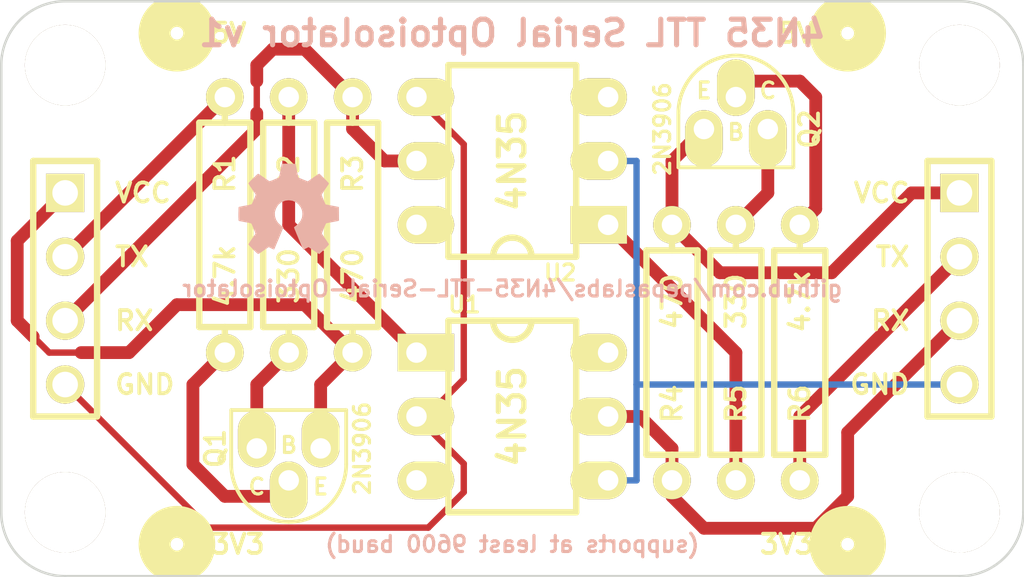
<source format=kicad_pcb>
(kicad_pcb (version 20171130) (host pcbnew "(5.1.12)-1")

  (general
    (thickness 1.6)
    (drawings 27)
    (tracks 71)
    (zones 0)
    (modules 17)
    (nets 15)
  )

  (page A3)
  (layers
    (0 F.Cu signal)
    (31 B.Cu signal)
    (32 B.Adhes user)
    (33 F.Adhes user)
    (34 B.Paste user)
    (35 F.Paste user)
    (36 B.SilkS user)
    (37 F.SilkS user)
    (38 B.Mask user)
    (39 F.Mask user)
    (40 Dwgs.User user)
    (41 Cmts.User user)
    (42 Eco1.User user)
    (43 Eco2.User user)
    (44 Edge.Cuts user)
  )

  (setup
    (last_trace_width 0.254)
    (user_trace_width 0.508)
    (trace_clearance 0.254)
    (zone_clearance 0.508)
    (zone_45_only no)
    (trace_min 0.254)
    (via_size 0.889)
    (via_drill 0.635)
    (via_min_size 0.889)
    (via_min_drill 0.508)
    (uvia_size 0.508)
    (uvia_drill 0.127)
    (uvias_allowed no)
    (uvia_min_size 0.508)
    (uvia_min_drill 0.127)
    (edge_width 0.1)
    (segment_width 0.2)
    (pcb_text_width 0.3)
    (pcb_text_size 1.5 1.5)
    (mod_edge_width 0.15)
    (mod_text_size 1 1)
    (mod_text_width 0.15)
    (pad_size 1.5 1.5)
    (pad_drill 0.6)
    (pad_to_mask_clearance 0)
    (aux_axis_origin 0 0)
    (visible_elements 7FFFFFFF)
    (pcbplotparams
      (layerselection 0x00030_ffffffff)
      (usegerberextensions true)
      (usegerberattributes true)
      (usegerberadvancedattributes true)
      (creategerberjobfile true)
      (excludeedgelayer true)
      (linewidth 0.150000)
      (plotframeref false)
      (viasonmask false)
      (mode 1)
      (useauxorigin false)
      (hpglpennumber 1)
      (hpglpenspeed 20)
      (hpglpendiameter 15.000000)
      (psnegative false)
      (psa4output false)
      (plotreference true)
      (plotvalue true)
      (plotinvisibletext false)
      (padsonsilk false)
      (subtractmaskfromsilk false)
      (outputformat 1)
      (mirror false)
      (drillshape 0)
      (scaleselection 1)
      (outputdirectory "../gerbers/"))
  )

  (net 0 "")
  (net 1 GNDA)
  (net 2 GNDB)
  (net 3 N-0000011)
  (net 4 N-0000012)
  (net 5 N-0000015)
  (net 6 N-000005)
  (net 7 N-000006)
  (net 8 N-000007)
  (net 9 RXA)
  (net 10 RXB)
  (net 11 TXA)
  (net 12 TXB)
  (net 13 VCCA)
  (net 14 VCCB)

  (net_class Default "This is the default net class."
    (clearance 0.254)
    (trace_width 0.254)
    (via_dia 0.889)
    (via_drill 0.635)
    (uvia_dia 0.508)
    (uvia_drill 0.127)
    (add_net GNDA)
    (add_net GNDB)
    (add_net N-0000011)
    (add_net N-0000012)
    (add_net N-0000015)
    (add_net N-000005)
    (add_net N-000006)
    (add_net N-000007)
    (add_net RXA)
    (add_net RXB)
    (add_net TXA)
    (add_net TXB)
    (add_net VCCA)
    (add_net VCCB)
  )

  (module TO-92_Q_EBC_059Bo_PL (layer F.Cu) (tedit 5324AA28) (tstamp 5546F383)
    (at 212.09 69.85)
    (descr "TO-92 Transistor, EBC pinout")
    (tags DEV)
    (path /5546F340)
    (fp_text reference Q1 (at -4.191 0 90) (layer F.SilkS)
      (effects (font (size 0.762 0.762) (thickness 0.1524)))
    )
    (fp_text value 2N3906 (at 1.651 0 90) (layer F.SilkS)
      (effects (font (size 0.635 0.635) (thickness 0.127)))
    )
    (fp_line (start 1.016 0.635) (end 1.016 -1.524) (layer F.SilkS) (width 0.15))
    (fp_line (start 1.016 -1.524) (end -3.556 -1.524) (layer F.SilkS) (width 0.15))
    (fp_line (start -3.556 -1.524) (end -3.556 0.635) (layer F.SilkS) (width 0.15))
    (fp_text user E (at 0 1.524) (layer F.SilkS)
      (effects (font (size 0.635 0.635) (thickness 0.127)))
    )
    (fp_text user B (at -1.27 -0.127) (layer F.SilkS)
      (effects (font (size 0.635 0.635) (thickness 0.127)))
    )
    (fp_text user C (at -2.54 1.524) (layer F.SilkS)
      (effects (font (size 0.635 0.635) (thickness 0.127)))
    )
    (fp_arc (start -1.27 0.635) (end -1.27 2.921) (angle 90) (layer F.SilkS) (width 0.15))
    (fp_arc (start -1.27 0.635) (end 1.016 0.635) (angle 90) (layer F.SilkS) (width 0.15))
    (pad 1 thru_hole oval (at 0 0) (size 1.4986 2.2479) (drill 0.8128 (offset 0 -0.37465)) (layers *.Cu *.Mask F.SilkS)
      (net 13 VCCA))
    (pad 2 thru_hole oval (at -1.27 1.27) (size 1.4986 2.2479) (drill 0.8128 (offset 0 0.37465)) (layers *.Cu *.Mask F.SilkS)
      (net 4 N-0000012))
    (pad 3 thru_hole oval (at -2.54 0) (size 1.4986 2.2479) (drill 0.8128 (offset 0 -0.37465)) (layers *.Cu *.Mask F.SilkS)
      (net 3 N-0000011))
    (model to-xxx-packages/to92.wrl
      (at (xyz 0 0 0))
      (scale (xyz 1 1 1))
      (rotate (xyz 0 0 0))
    )
  )

  (module TO-92_Q_EBC_059Bo_PL (layer F.Cu) (tedit 5324AA28) (tstamp 5546F392)
    (at 227.33 57.15 180)
    (descr "TO-92 Transistor, EBC pinout")
    (tags DEV)
    (path /5546F361)
    (fp_text reference Q2 (at -4.191 0 270) (layer F.SilkS)
      (effects (font (size 0.762 0.762) (thickness 0.1524)))
    )
    (fp_text value 2N3906 (at 1.651 0 270) (layer F.SilkS)
      (effects (font (size 0.635 0.635) (thickness 0.127)))
    )
    (fp_line (start 1.016 0.635) (end 1.016 -1.524) (layer F.SilkS) (width 0.15))
    (fp_line (start 1.016 -1.524) (end -3.556 -1.524) (layer F.SilkS) (width 0.15))
    (fp_line (start -3.556 -1.524) (end -3.556 0.635) (layer F.SilkS) (width 0.15))
    (fp_text user E (at 0 1.524 180) (layer F.SilkS)
      (effects (font (size 0.635 0.635) (thickness 0.127)))
    )
    (fp_text user B (at -1.27 -0.127 180) (layer F.SilkS)
      (effects (font (size 0.635 0.635) (thickness 0.127)))
    )
    (fp_text user C (at -2.54 1.524 180) (layer F.SilkS)
      (effects (font (size 0.635 0.635) (thickness 0.127)))
    )
    (fp_arc (start -1.27 0.635) (end -1.27 2.921) (angle 90) (layer F.SilkS) (width 0.15))
    (fp_arc (start -1.27 0.635) (end 1.016 0.635) (angle 90) (layer F.SilkS) (width 0.15))
    (pad 1 thru_hole oval (at 0 0 180) (size 1.4986 2.2479) (drill 0.8128 (offset 0 -0.37465)) (layers *.Cu *.Mask F.SilkS)
      (net 14 VCCB))
    (pad 2 thru_hole oval (at -1.27 1.27 180) (size 1.4986 2.2479) (drill 0.8128 (offset 0 0.37465)) (layers *.Cu *.Mask F.SilkS)
      (net 6 N-000005))
    (pad 3 thru_hole oval (at -2.54 0 180) (size 1.4986 2.2479) (drill 0.8128 (offset 0 -0.37465)) (layers *.Cu *.Mask F.SilkS)
      (net 7 N-000006))
    (model to-xxx-packages/to92.wrl
      (at (xyz 0 0 0))
      (scale (xyz 1 1 1))
      (rotate (xyz 0 0 0))
    )
  )

  (module R_AXIAL_0W25_059A_PL (layer F.Cu) (tedit 53A245D9) (tstamp 5546F39F)
    (at 208.28 55.88 270)
    (descr "Resistor Axial 1/4W 0.4\"")
    (tags R)
    (path /55465781)
    (autoplace_cost180 10)
    (fp_text reference R1 (at 3.048 0 270) (layer F.SilkS)
      (effects (font (size 0.762 0.762) (thickness 0.1524)))
    )
    (fp_text value 4.7k (at 7.112 0 270) (layer F.SilkS)
      (effects (font (size 0.762 0.762) (thickness 0.1524)))
    )
    (fp_line (start 0 0) (end 1.016 0) (layer F.SilkS) (width 0.254))
    (fp_line (start 1.016 0) (end 1.016 -1.016) (layer F.SilkS) (width 0.254))
    (fp_line (start 1.016 -1.016) (end 9.144 -1.016) (layer F.SilkS) (width 0.254))
    (fp_line (start 9.144 -1.016) (end 9.144 1.016) (layer F.SilkS) (width 0.254))
    (fp_line (start 9.144 1.016) (end 1.016 1.016) (layer F.SilkS) (width 0.254))
    (fp_line (start 1.016 1.016) (end 1.016 0) (layer F.SilkS) (width 0.254))
    (fp_line (start 10.16 0) (end 9.144 0) (layer F.SilkS) (width 0.254))
    (pad 1 thru_hole oval (at 0 0 270) (size 1.4986 1.4986) (drill 0.8128) (layers *.Cu *.Mask F.SilkS)
      (net 11 TXA))
    (pad 2 thru_hole oval (at 10.16 0 270) (size 1.4986 1.4986) (drill 0.8128) (layers *.Cu *.Mask F.SilkS)
      (net 4 N-0000012))
    (model discret/resistor.wrl
      (at (xyz 0 0 0))
      (scale (xyz 0.4 0.4 0.4))
      (rotate (xyz 0 0 0))
    )
  )

  (module R_AXIAL_0W25_059A_PL (layer F.Cu) (tedit 53A245D9) (tstamp 5546F3AC)
    (at 226.06 71.12 90)
    (descr "Resistor Axial 1/4W 0.4\"")
    (tags R)
    (path /55465B77)
    (autoplace_cost180 10)
    (fp_text reference R4 (at 3.048 0 90) (layer F.SilkS)
      (effects (font (size 0.762 0.762) (thickness 0.1524)))
    )
    (fp_text value 470 (at 7.112 0 90) (layer F.SilkS)
      (effects (font (size 0.762 0.762) (thickness 0.1524)))
    )
    (fp_line (start 0 0) (end 1.016 0) (layer F.SilkS) (width 0.254))
    (fp_line (start 1.016 0) (end 1.016 -1.016) (layer F.SilkS) (width 0.254))
    (fp_line (start 1.016 -1.016) (end 9.144 -1.016) (layer F.SilkS) (width 0.254))
    (fp_line (start 9.144 -1.016) (end 9.144 1.016) (layer F.SilkS) (width 0.254))
    (fp_line (start 9.144 1.016) (end 1.016 1.016) (layer F.SilkS) (width 0.254))
    (fp_line (start 1.016 1.016) (end 1.016 0) (layer F.SilkS) (width 0.254))
    (fp_line (start 10.16 0) (end 9.144 0) (layer F.SilkS) (width 0.254))
    (pad 1 thru_hole oval (at 0 0 90) (size 1.4986 1.4986) (drill 0.8128) (layers *.Cu *.Mask F.SilkS)
      (net 10 RXB))
    (pad 2 thru_hole oval (at 10.16 0 90) (size 1.4986 1.4986) (drill 0.8128) (layers *.Cu *.Mask F.SilkS)
      (net 14 VCCB))
    (model discret/resistor.wrl
      (at (xyz 0 0 0))
      (scale (xyz 0.4 0.4 0.4))
      (rotate (xyz 0 0 0))
    )
  )

  (module R_AXIAL_0W25_059A_PL (layer F.Cu) (tedit 53A245D9) (tstamp 5546F3B9)
    (at 210.82 55.88 270)
    (descr "Resistor Axial 1/4W 0.4\"")
    (tags R)
    (path /5546D91C)
    (autoplace_cost180 10)
    (fp_text reference R2 (at 3.048 0 270) (layer F.SilkS)
      (effects (font (size 0.762 0.762) (thickness 0.1524)))
    )
    (fp_text value 330 (at 7.112 0 270) (layer F.SilkS)
      (effects (font (size 0.762 0.762) (thickness 0.1524)))
    )
    (fp_line (start 0 0) (end 1.016 0) (layer F.SilkS) (width 0.254))
    (fp_line (start 1.016 0) (end 1.016 -1.016) (layer F.SilkS) (width 0.254))
    (fp_line (start 1.016 -1.016) (end 9.144 -1.016) (layer F.SilkS) (width 0.254))
    (fp_line (start 9.144 -1.016) (end 9.144 1.016) (layer F.SilkS) (width 0.254))
    (fp_line (start 9.144 1.016) (end 1.016 1.016) (layer F.SilkS) (width 0.254))
    (fp_line (start 1.016 1.016) (end 1.016 0) (layer F.SilkS) (width 0.254))
    (fp_line (start 10.16 0) (end 9.144 0) (layer F.SilkS) (width 0.254))
    (pad 1 thru_hole oval (at 0 0 270) (size 1.4986 1.4986) (drill 0.8128) (layers *.Cu *.Mask F.SilkS)
      (net 5 N-0000015))
    (pad 2 thru_hole oval (at 10.16 0 270) (size 1.4986 1.4986) (drill 0.8128) (layers *.Cu *.Mask F.SilkS)
      (net 3 N-0000011))
    (model discret/resistor.wrl
      (at (xyz 0 0 0))
      (scale (xyz 0.4 0.4 0.4))
      (rotate (xyz 0 0 0))
    )
  )

  (module R_AXIAL_0W25_059A_PL (layer F.Cu) (tedit 53A245D9) (tstamp 5546F3C6)
    (at 231.14 71.12 90)
    (descr "Resistor Axial 1/4W 0.4\"")
    (tags R)
    (path /5546D977)
    (autoplace_cost180 10)
    (fp_text reference R6 (at 3.048 0 90) (layer F.SilkS)
      (effects (font (size 0.762 0.762) (thickness 0.1524)))
    )
    (fp_text value 4.7k (at 7.112 0 90) (layer F.SilkS)
      (effects (font (size 0.762 0.762) (thickness 0.1524)))
    )
    (fp_line (start 0 0) (end 1.016 0) (layer F.SilkS) (width 0.254))
    (fp_line (start 1.016 0) (end 1.016 -1.016) (layer F.SilkS) (width 0.254))
    (fp_line (start 1.016 -1.016) (end 9.144 -1.016) (layer F.SilkS) (width 0.254))
    (fp_line (start 9.144 -1.016) (end 9.144 1.016) (layer F.SilkS) (width 0.254))
    (fp_line (start 9.144 1.016) (end 1.016 1.016) (layer F.SilkS) (width 0.254))
    (fp_line (start 1.016 1.016) (end 1.016 0) (layer F.SilkS) (width 0.254))
    (fp_line (start 10.16 0) (end 9.144 0) (layer F.SilkS) (width 0.254))
    (pad 1 thru_hole oval (at 0 0 90) (size 1.4986 1.4986) (drill 0.8128) (layers *.Cu *.Mask F.SilkS)
      (net 12 TXB))
    (pad 2 thru_hole oval (at 10.16 0 90) (size 1.4986 1.4986) (drill 0.8128) (layers *.Cu *.Mask F.SilkS)
      (net 6 N-000005))
    (model discret/resistor.wrl
      (at (xyz 0 0 0))
      (scale (xyz 0.4 0.4 0.4))
      (rotate (xyz 0 0 0))
    )
  )

  (module R_AXIAL_0W25_059A_PL (layer F.Cu) (tedit 53A245D9) (tstamp 5546F3D3)
    (at 213.36 55.88 270)
    (descr "Resistor Axial 1/4W 0.4\"")
    (tags R)
    (path /5546D97D)
    (autoplace_cost180 10)
    (fp_text reference R3 (at 3.048 0 270) (layer F.SilkS)
      (effects (font (size 0.762 0.762) (thickness 0.1524)))
    )
    (fp_text value 470 (at 7.112 0 270) (layer F.SilkS)
      (effects (font (size 0.762 0.762) (thickness 0.1524)))
    )
    (fp_line (start 0 0) (end 1.016 0) (layer F.SilkS) (width 0.254))
    (fp_line (start 1.016 0) (end 1.016 -1.016) (layer F.SilkS) (width 0.254))
    (fp_line (start 1.016 -1.016) (end 9.144 -1.016) (layer F.SilkS) (width 0.254))
    (fp_line (start 9.144 -1.016) (end 9.144 1.016) (layer F.SilkS) (width 0.254))
    (fp_line (start 9.144 1.016) (end 1.016 1.016) (layer F.SilkS) (width 0.254))
    (fp_line (start 1.016 1.016) (end 1.016 0) (layer F.SilkS) (width 0.254))
    (fp_line (start 10.16 0) (end 9.144 0) (layer F.SilkS) (width 0.254))
    (pad 1 thru_hole oval (at 0 0 270) (size 1.4986 1.4986) (drill 0.8128) (layers *.Cu *.Mask F.SilkS)
      (net 9 RXA))
    (pad 2 thru_hole oval (at 10.16 0 270) (size 1.4986 1.4986) (drill 0.8128) (layers *.Cu *.Mask F.SilkS)
      (net 13 VCCA))
    (model discret/resistor.wrl
      (at (xyz 0 0 0))
      (scale (xyz 0.4 0.4 0.4))
      (rotate (xyz 0 0 0))
    )
  )

  (module R_AXIAL_0W25_059A_PL (layer F.Cu) (tedit 53A245D9) (tstamp 5546F3E0)
    (at 228.6 71.12 90)
    (descr "Resistor Axial 1/4W 0.4\"")
    (tags R)
    (path /5546D98C)
    (autoplace_cost180 10)
    (fp_text reference R5 (at 3.048 0 90) (layer F.SilkS)
      (effects (font (size 0.762 0.762) (thickness 0.1524)))
    )
    (fp_text value 330 (at 7.112 0 90) (layer F.SilkS)
      (effects (font (size 0.762 0.762) (thickness 0.1524)))
    )
    (fp_line (start 0 0) (end 1.016 0) (layer F.SilkS) (width 0.254))
    (fp_line (start 1.016 0) (end 1.016 -1.016) (layer F.SilkS) (width 0.254))
    (fp_line (start 1.016 -1.016) (end 9.144 -1.016) (layer F.SilkS) (width 0.254))
    (fp_line (start 9.144 -1.016) (end 9.144 1.016) (layer F.SilkS) (width 0.254))
    (fp_line (start 9.144 1.016) (end 1.016 1.016) (layer F.SilkS) (width 0.254))
    (fp_line (start 1.016 1.016) (end 1.016 0) (layer F.SilkS) (width 0.254))
    (fp_line (start 10.16 0) (end 9.144 0) (layer F.SilkS) (width 0.254))
    (pad 1 thru_hole oval (at 0 0 90) (size 1.4986 1.4986) (drill 0.8128) (layers *.Cu *.Mask F.SilkS)
      (net 8 N-000007))
    (pad 2 thru_hole oval (at 10.16 0 90) (size 1.4986 1.4986) (drill 0.8128) (layers *.Cu *.Mask F.SilkS)
      (net 7 N-000006))
    (model discret/resistor.wrl
      (at (xyz 0 0 0))
      (scale (xyz 0.4 0.4 0.4))
      (rotate (xyz 0 0 0))
    )
  )

  (module PIN_ARRAY_4x1 (layer F.Cu) (tedit 5546FC4D) (tstamp 5546F3EC)
    (at 201.93 63.5 270)
    (descr "Double rangee de contacts 2 x 5 pins")
    (tags CONN)
    (path /554657AF)
    (fp_text reference P1 (at 0 -2.54 270) (layer F.SilkS) hide
      (effects (font (size 1.016 1.016) (thickness 0.2032)))
    )
    (fp_text value CONN_4 (at 0 2.54 270) (layer F.SilkS) hide
      (effects (font (size 1.016 1.016) (thickness 0.2032)))
    )
    (fp_line (start 5.08 1.27) (end -5.08 1.27) (layer F.SilkS) (width 0.254))
    (fp_line (start 5.08 -1.27) (end -5.08 -1.27) (layer F.SilkS) (width 0.254))
    (fp_line (start -5.08 -1.27) (end -5.08 1.27) (layer F.SilkS) (width 0.254))
    (fp_line (start 5.08 1.27) (end 5.08 -1.27) (layer F.SilkS) (width 0.254))
    (pad 1 thru_hole rect (at -3.81 0 270) (size 1.524 1.524) (drill 1.016) (layers *.Cu *.Mask F.SilkS)
      (net 13 VCCA))
    (pad 2 thru_hole circle (at -1.27 0 270) (size 1.524 1.524) (drill 1.016) (layers *.Cu *.Mask F.SilkS)
      (net 11 TXA))
    (pad 3 thru_hole circle (at 1.27 0 270) (size 1.524 1.524) (drill 1.016) (layers *.Cu *.Mask F.SilkS)
      (net 9 RXA))
    (pad 4 thru_hole circle (at 3.81 0 270) (size 1.524 1.524) (drill 1.016) (layers *.Cu *.Mask F.SilkS)
      (net 1 GNDA))
    (model pin_array\pins_array_4x1.wrl
      (at (xyz 0 0 0))
      (scale (xyz 1 1 1))
      (rotate (xyz 0 0 0))
    )
  )

  (module PIN_ARRAY_4x1 (layer F.Cu) (tedit 5546FCF8) (tstamp 5546F3F8)
    (at 237.49 63.5 270)
    (descr "Double rangee de contacts 2 x 5 pins")
    (tags CONN)
    (path /55465835)
    (fp_text reference P2 (at 0 -2.54 270) (layer F.SilkS) hide
      (effects (font (size 1.016 1.016) (thickness 0.2032)))
    )
    (fp_text value CONN_4 (at 0 2.54 270) (layer F.SilkS) hide
      (effects (font (size 1.016 1.016) (thickness 0.2032)))
    )
    (fp_line (start 5.08 1.27) (end -5.08 1.27) (layer F.SilkS) (width 0.254))
    (fp_line (start 5.08 -1.27) (end -5.08 -1.27) (layer F.SilkS) (width 0.254))
    (fp_line (start -5.08 -1.27) (end -5.08 1.27) (layer F.SilkS) (width 0.254))
    (fp_line (start 5.08 1.27) (end 5.08 -1.27) (layer F.SilkS) (width 0.254))
    (pad 1 thru_hole rect (at -3.81 0 270) (size 1.524 1.524) (drill 1.016) (layers *.Cu *.Mask F.SilkS)
      (net 14 VCCB))
    (pad 2 thru_hole circle (at -1.27 0 270) (size 1.524 1.524) (drill 1.016) (layers *.Cu *.Mask F.SilkS)
      (net 12 TXB))
    (pad 3 thru_hole circle (at 1.27 0 270) (size 1.524 1.524) (drill 1.016) (layers *.Cu *.Mask F.SilkS)
      (net 10 RXB))
    (pad 4 thru_hole circle (at 3.81 0 270) (size 1.524 1.524) (drill 1.016) (layers *.Cu *.Mask F.SilkS)
      (net 2 GNDB))
    (model pin_array\pins_array_4x1.wrl
      (at (xyz 0 0 0))
      (scale (xyz 1 1 1))
      (rotate (xyz 0 0 0))
    )
  )

  (module DIP6_PL (layer F.Cu) (tedit 5546FCDC) (tstamp 5546F408)
    (at 215.9 66.04 270)
    (descr "6-lead DIP package")
    (tags DIP)
    (path /55465719)
    (fp_text reference U1 (at -1.905 -1.905) (layer F.SilkS)
      (effects (font (size 0.635 0.635) (thickness 0.127)))
    )
    (fp_text value 4N35 (at 2.54 -3.81 270) (layer F.SilkS)
      (effects (font (size 1.016 1.016) (thickness 0.2032)))
    )
    (fp_line (start -1.27 -6.35) (end 6.35 -6.35) (layer F.SilkS) (width 0.254))
    (fp_line (start 6.35 -6.35) (end 6.35 -1.27) (layer F.SilkS) (width 0.254))
    (fp_line (start 6.35 -1.27) (end -1.27 -1.27) (layer F.SilkS) (width 0.254))
    (fp_line (start -1.27 -1.27) (end -1.27 -6.35) (layer F.SilkS) (width 0.254))
    (fp_arc (start -1.27 -3.81) (end -1.27 -4.572) (angle 90) (layer F.SilkS) (width 0.254))
    (fp_arc (start -1.27 -3.81) (end -0.508 -3.81) (angle 90) (layer F.SilkS) (width 0.254))
    (pad 1 thru_hole rect (at 0 0 270) (size 1.4986 2.2479) (drill 0.8128 (offset 0 -0.37465)) (layers *.Cu *.Mask F.SilkS)
      (net 5 N-0000015))
    (pad 2 thru_hole oval (at 2.54 0 270) (size 1.4986 2.2479) (drill 0.8128 (offset 0 -0.37465)) (layers *.Cu *.Mask F.SilkS)
      (net 1 GNDA))
    (pad 3 thru_hole oval (at 5.08 0 270) (size 1.4986 2.2479) (drill 0.8128 (offset 0 -0.37465)) (layers *.Cu *.Mask F.SilkS))
    (pad 4 thru_hole oval (at 5.08 -7.62 270) (size 1.4986 2.2479) (drill 0.8128 (offset 0 0.37465)) (layers *.Cu *.Mask F.SilkS)
      (net 2 GNDB))
    (pad 5 thru_hole oval (at 2.54 -7.62 270) (size 1.4986 2.2479) (drill 0.8128 (offset 0 0.37465)) (layers *.Cu *.Mask F.SilkS)
      (net 10 RXB))
    (pad 6 thru_hole oval (at 0 -7.62 270) (size 1.4986 2.2479) (drill 0.8128 (offset 0 0.37465)) (layers *.Cu *.Mask F.SilkS))
    (model dil/dil_8.wrl
      (at (xyz 0 0 0))
      (scale (xyz 1 1 1))
      (rotate (xyz 0 0 0))
    )
  )

  (module DIP6_PL (layer F.Cu) (tedit 5546FCE9) (tstamp 5546F418)
    (at 223.52 60.96 90)
    (descr "6-lead DIP package")
    (tags DIP)
    (path /5546D971)
    (fp_text reference U2 (at -1.905 -1.905 180) (layer F.SilkS)
      (effects (font (size 0.635 0.635) (thickness 0.127)))
    )
    (fp_text value 4N35 (at 2.54 -3.81 90) (layer F.SilkS)
      (effects (font (size 1.016 1.016) (thickness 0.2032)))
    )
    (fp_line (start -1.27 -6.35) (end 6.35 -6.35) (layer F.SilkS) (width 0.254))
    (fp_line (start 6.35 -6.35) (end 6.35 -1.27) (layer F.SilkS) (width 0.254))
    (fp_line (start 6.35 -1.27) (end -1.27 -1.27) (layer F.SilkS) (width 0.254))
    (fp_line (start -1.27 -1.27) (end -1.27 -6.35) (layer F.SilkS) (width 0.254))
    (fp_arc (start -1.27 -3.81) (end -1.27 -4.572) (angle 90) (layer F.SilkS) (width 0.254))
    (fp_arc (start -1.27 -3.81) (end -0.508 -3.81) (angle 90) (layer F.SilkS) (width 0.254))
    (pad 1 thru_hole rect (at 0 0 90) (size 1.4986 2.2479) (drill 0.8128 (offset 0 -0.37465)) (layers *.Cu *.Mask F.SilkS)
      (net 8 N-000007))
    (pad 2 thru_hole oval (at 2.54 0 90) (size 1.4986 2.2479) (drill 0.8128 (offset 0 -0.37465)) (layers *.Cu *.Mask F.SilkS)
      (net 2 GNDB))
    (pad 3 thru_hole oval (at 5.08 0 90) (size 1.4986 2.2479) (drill 0.8128 (offset 0 -0.37465)) (layers *.Cu *.Mask F.SilkS))
    (pad 4 thru_hole oval (at 5.08 -7.62 90) (size 1.4986 2.2479) (drill 0.8128 (offset 0 0.37465)) (layers *.Cu *.Mask F.SilkS)
      (net 1 GNDA))
    (pad 5 thru_hole oval (at 2.54 -7.62 90) (size 1.4986 2.2479) (drill 0.8128 (offset 0 0.37465)) (layers *.Cu *.Mask F.SilkS)
      (net 9 RXA))
    (pad 6 thru_hole oval (at 0 -7.62 90) (size 1.4986 2.2479) (drill 0.8128 (offset 0 0.37465)) (layers *.Cu *.Mask F.SilkS))
    (model dil/dil_8.wrl
      (at (xyz 0 0 0))
      (scale (xyz 1 1 1))
      (rotate (xyz 0 0 0))
    )
  )

  (module hole_M3_2 (layer F.Cu) (tedit 550BAD19) (tstamp 5547BC08)
    (at 201.93 54.61)
    (descr "M3 mounting hole")
    (path 1pin)
    (fp_text reference H***_4 (at 0 -3.048) (layer F.SilkS) hide
      (effects (font (size 1.016 1.016) (thickness 0.254)))
    )
    (fp_text value Val** (at 0 2.794) (layer F.SilkS) hide
      (effects (font (size 1.016 1.016) (thickness 0.254)))
    )
    (pad 1 thru_hole circle (at 0 0) (size 3.2 3.2) (drill 3.2) (layers *.Cu *.Mask F.SilkS))
  )

  (module hole_M3_2 (layer F.Cu) (tedit 550BAD19) (tstamp 5547BC3A)
    (at 237.49 54.61)
    (descr "M3 mounting hole")
    (path 1pin)
    (fp_text reference H***_3 (at 0 -3.048) (layer F.SilkS) hide
      (effects (font (size 1.016 1.016) (thickness 0.254)))
    )
    (fp_text value Val** (at 0 2.794) (layer F.SilkS) hide
      (effects (font (size 1.016 1.016) (thickness 0.254)))
    )
    (pad 1 thru_hole circle (at 0 0) (size 3.2 3.2) (drill 3.2) (layers *.Cu *.Mask F.SilkS))
  )

  (module hole_M3_2 (layer F.Cu) (tedit 550BAD19) (tstamp 5547BC48)
    (at 237.49 72.39)
    (descr "M3 mounting hole")
    (path 1pin)
    (fp_text reference H***_2 (at 0 -3.048) (layer F.SilkS) hide
      (effects (font (size 1.016 1.016) (thickness 0.254)))
    )
    (fp_text value Val** (at 0 2.794) (layer F.SilkS) hide
      (effects (font (size 1.016 1.016) (thickness 0.254)))
    )
    (pad 1 thru_hole circle (at 0 0) (size 3.2 3.2) (drill 3.2) (layers *.Cu *.Mask F.SilkS))
  )

  (module hole_M3_2 (layer F.Cu) (tedit 550BAD19) (tstamp 5547BC51)
    (at 201.93 72.39)
    (descr "M3 mounting hole")
    (path 1pin)
    (fp_text reference H*** (at 0 -3.048) (layer F.SilkS) hide
      (effects (font (size 1.016 1.016) (thickness 0.254)))
    )
    (fp_text value Val** (at 0 2.794) (layer F.SilkS) hide
      (effects (font (size 1.016 1.016) (thickness 0.254)))
    )
    (pad 1 thru_hole circle (at 0 0) (size 3.2 3.2) (drill 3.2) (layers *.Cu *.Mask F.SilkS))
  )

  (module OSHW-logo_silkscreen-back_4mm (layer F.Cu) (tedit 0) (tstamp 55476A21)
    (at 210.82 60.325)
    (fp_text reference G*** (at 0 2.1209) (layer B.SilkS) hide
      (effects (font (size 0.18034 0.18034) (thickness 0.03556)))
    )
    (fp_text value OSHW-logo_silkscreen-back_4mm (at 0 -2.1209) (layer B.SilkS) hide
      (effects (font (size 0.18034 0.18034) (thickness 0.03556)))
    )
    (fp_poly (pts (xy 1.21158 1.79578) (xy 1.19126 1.78562) (xy 1.143 1.75514) (xy 1.07696 1.71196)
      (xy 0.99822 1.65862) (xy 0.91948 1.60528) (xy 0.85344 1.5621) (xy 0.80772 1.53162)
      (xy 0.78994 1.52146) (xy 0.77978 1.524) (xy 0.74168 1.54432) (xy 0.6858 1.57226)
      (xy 0.65532 1.5875) (xy 0.60452 1.61036) (xy 0.57912 1.61544) (xy 0.57658 1.60782)
      (xy 0.55626 1.56972) (xy 0.52832 1.50368) (xy 0.49022 1.41732) (xy 0.44704 1.31572)
      (xy 0.40132 1.2065) (xy 0.3556 1.09474) (xy 0.30988 0.98806) (xy 0.27178 0.89154)
      (xy 0.23876 0.81534) (xy 0.21844 0.75946) (xy 0.21082 0.7366) (xy 0.21336 0.73152)
      (xy 0.23876 0.70866) (xy 0.28194 0.67564) (xy 0.37846 0.5969) (xy 0.4699 0.48006)
      (xy 0.52832 0.34798) (xy 0.5461 0.20066) (xy 0.53086 0.06604) (xy 0.47752 -0.0635)
      (xy 0.38608 -0.18288) (xy 0.27432 -0.26924) (xy 0.14478 -0.32512) (xy 0 -0.3429)
      (xy -0.1397 -0.32766) (xy -0.27178 -0.27432) (xy -0.39116 -0.18542) (xy -0.43942 -0.127)
      (xy -0.508 -0.00762) (xy -0.54864 0.11938) (xy -0.55118 0.14986) (xy -0.5461 0.2921)
      (xy -0.50546 0.42672) (xy -0.4318 0.5461) (xy -0.32766 0.64516) (xy -0.31496 0.65532)
      (xy -0.2667 0.69088) (xy -0.23622 0.71374) (xy -0.21082 0.73406) (xy -0.38862 1.16586)
      (xy -0.41656 1.23444) (xy -0.46736 1.35128) (xy -0.51054 1.45288) (xy -0.54356 1.53416)
      (xy -0.56896 1.5875) (xy -0.57912 1.61036) (xy -0.59436 1.6129) (xy -0.62738 1.6002)
      (xy -0.68834 1.57226) (xy -0.72898 1.55194) (xy -0.7747 1.52908) (xy -0.79502 1.52146)
      (xy -0.8128 1.53162) (xy -0.85598 1.55956) (xy -0.91948 1.60274) (xy -0.99568 1.65354)
      (xy -1.06934 1.70434) (xy -1.13792 1.75006) (xy -1.18618 1.78054) (xy -1.21158 1.79324)
      (xy -1.21412 1.79324) (xy -1.23444 1.78054) (xy -1.27508 1.75006) (xy -1.3335 1.69418)
      (xy -1.41478 1.6129) (xy -1.42748 1.6002) (xy -1.49606 1.52908) (xy -1.55194 1.47066)
      (xy -1.59004 1.43002) (xy -1.60274 1.41224) (xy -1.59004 1.38684) (xy -1.55956 1.33858)
      (xy -1.51384 1.27) (xy -1.4605 1.19126) (xy -1.31826 0.98298) (xy -1.397 0.7874)
      (xy -1.41986 0.72898) (xy -1.45034 0.65532) (xy -1.4732 0.60452) (xy -1.4859 0.58166)
      (xy -1.50622 0.57404) (xy -1.55956 0.56134) (xy -1.6383 0.54356) (xy -1.72974 0.52832)
      (xy -1.81864 0.51054) (xy -1.89738 0.4953) (xy -1.9558 0.48514) (xy -1.9812 0.48006)
      (xy -1.98628 0.47498) (xy -1.99136 0.46228) (xy -1.99644 0.43688) (xy -1.99644 0.38862)
      (xy -1.99898 0.31242) (xy -1.99898 0.20066) (xy -1.99898 0.1905) (xy -1.99644 0.08382)
      (xy -1.99644 0) (xy -1.9939 -0.05334) (xy -1.98882 -0.07366) (xy -1.96342 -0.08128)
      (xy -1.90754 -0.09144) (xy -1.8288 -0.10922) (xy -1.73228 -0.127) (xy -1.7272 -0.127)
      (xy -1.63322 -0.14478) (xy -1.55448 -0.16256) (xy -1.4986 -0.17526) (xy -1.47574 -0.18288)
      (xy -1.47066 -0.18796) (xy -1.45034 -0.22606) (xy -1.4224 -0.28448) (xy -1.39192 -0.3556)
      (xy -1.36144 -0.42926) (xy -1.3335 -0.49784) (xy -1.31572 -0.5461) (xy -1.31064 -0.56896)
      (xy -1.32588 -0.59182) (xy -1.3589 -0.64262) (xy -1.40462 -0.70866) (xy -1.4605 -0.78994)
      (xy -1.46304 -0.79756) (xy -1.51892 -0.8763) (xy -1.5621 -0.94488) (xy -1.59258 -0.99314)
      (xy -1.60274 -1.01346) (xy -1.60274 -1.016) (xy -1.58496 -1.03886) (xy -1.54432 -1.08458)
      (xy -1.4859 -1.14554) (xy -1.41478 -1.21666) (xy -1.39192 -1.23698) (xy -1.31572 -1.31318)
      (xy -1.26238 -1.36398) (xy -1.22682 -1.38938) (xy -1.21158 -1.397) (xy -1.21158 -1.39446)
      (xy -1.18618 -1.38176) (xy -1.13538 -1.34874) (xy -1.0668 -1.30048) (xy -0.98552 -1.24714)
      (xy -0.98044 -1.24206) (xy -0.9017 -1.18872) (xy -0.83566 -1.143) (xy -0.7874 -1.11252)
      (xy -0.76708 -1.09982) (xy -0.762 -1.09982) (xy -0.73152 -1.10998) (xy -0.6731 -1.12776)
      (xy -0.60452 -1.1557) (xy -0.53086 -1.18618) (xy -0.46228 -1.21412) (xy -0.41148 -1.23698)
      (xy -0.38862 -1.24968) (xy -0.38862 -1.25222) (xy -0.37846 -1.28016) (xy -0.36576 -1.34112)
      (xy -0.34798 -1.4224) (xy -0.3302 -1.52146) (xy -0.32766 -1.5367) (xy -0.30988 -1.63068)
      (xy -0.29464 -1.70942) (xy -0.28194 -1.7653) (xy -0.27686 -1.78816) (xy -0.26416 -1.7907)
      (xy -0.2159 -1.79324) (xy -0.14478 -1.79578) (xy -0.05842 -1.79578) (xy 0.03048 -1.79578)
      (xy 0.11684 -1.79324) (xy 0.19304 -1.7907) (xy 0.24638 -1.78816) (xy 0.26924 -1.78308)
      (xy 0.27178 -1.78054) (xy 0.2794 -1.7526) (xy 0.2921 -1.69164) (xy 0.30988 -1.61036)
      (xy 0.32766 -1.5113) (xy 0.3302 -1.49352) (xy 0.34798 -1.39954) (xy 0.36576 -1.3208)
      (xy 0.37592 -1.26746) (xy 0.38354 -1.24714) (xy 0.39116 -1.24206) (xy 0.42926 -1.22428)
      (xy 0.49276 -1.19888) (xy 0.57404 -1.16586) (xy 0.75692 -1.0922) (xy 0.98044 -1.24714)
      (xy 1.00076 -1.25984) (xy 1.08204 -1.31572) (xy 1.14808 -1.3589) (xy 1.1938 -1.38938)
      (xy 1.21412 -1.39954) (xy 1.23698 -1.37922) (xy 1.2827 -1.33858) (xy 1.34366 -1.27762)
      (xy 1.41224 -1.20904) (xy 1.46558 -1.1557) (xy 1.52654 -1.0922) (xy 1.56718 -1.05156)
      (xy 1.5875 -1.02362) (xy 1.59512 -1.00584) (xy 1.59258 -0.99568) (xy 1.57988 -0.97282)
      (xy 1.54686 -0.92456) (xy 1.50114 -0.85598) (xy 1.44526 -0.77724) (xy 1.39954 -0.70866)
      (xy 1.35128 -0.635) (xy 1.3208 -0.58166) (xy 1.3081 -0.55372) (xy 1.31064 -0.54356)
      (xy 1.32842 -0.50038) (xy 1.35382 -0.4318) (xy 1.38684 -0.35306) (xy 1.46558 -0.17526)
      (xy 1.58242 -0.15494) (xy 1.65354 -0.1397) (xy 1.7526 -0.12192) (xy 1.84658 -0.10414)
      (xy 1.9939 -0.07366) (xy 1.99898 0.46482) (xy 1.97612 0.47498) (xy 1.95326 0.4826)
      (xy 1.89992 0.49276) (xy 1.82118 0.508) (xy 1.72974 0.52578) (xy 1.651 0.54102)
      (xy 1.57226 0.55626) (xy 1.51638 0.56642) (xy 1.49098 0.5715) (xy 1.48336 0.58166)
      (xy 1.46304 0.61976) (xy 1.4351 0.68072) (xy 1.40462 0.75438) (xy 1.37414 0.82804)
      (xy 1.3462 0.89916) (xy 1.32588 0.9525) (xy 1.31826 0.98044) (xy 1.32842 1.00076)
      (xy 1.3589 1.04648) (xy 1.40208 1.11252) (xy 1.45542 1.19126) (xy 1.5113 1.27)
      (xy 1.55448 1.33858) (xy 1.5875 1.38684) (xy 1.6002 1.40716) (xy 1.59258 1.4224)
      (xy 1.5621 1.4605) (xy 1.50368 1.52146) (xy 1.41478 1.61036) (xy 1.39954 1.62306)
      (xy 1.33096 1.69164) (xy 1.27 1.74498) (xy 1.22936 1.78308) (xy 1.21158 1.79578)) (layer B.SilkS) (width 0.00254))
  )

  (gr_text "(supports at least 9600 baud)" (at 219.71 73.66) (layer B.SilkS)
    (effects (font (size 0.635 0.635) (thickness 0.127)) (justify mirror))
  )
  (gr_text "4N35 TTL Serial Optoisolator v1" (at 219.71 53.34) (layer B.SilkS)
    (effects (font (size 1.016 1.016) (thickness 0.2032)) (justify mirror))
  )
  (gr_text github.com/pepaslabs/4N35-TTL-Serial-Optoisolator (at 219.71 63.5) (layer B.SilkS)
    (effects (font (size 0.635 0.635) (thickness 0.127)) (justify mirror))
  )
  (gr_text 3V3 (at 231.775 73.66) (layer F.SilkS)
    (effects (font (size 0.762 0.762) (thickness 0.1524)) (justify right))
  )
  (gr_text 5V (at 231.775 53.34) (layer F.SilkS)
    (effects (font (size 0.762 0.762) (thickness 0.1524)) (justify right))
  )
  (gr_text 3V3 (at 207.645 73.66) (layer F.SilkS)
    (effects (font (size 0.762 0.762) (thickness 0.1524)) (justify left))
  )
  (gr_text 5V (at 207.645 53.34) (layer F.SilkS)
    (effects (font (size 0.762 0.762) (thickness 0.1524)) (justify left))
  )
  (gr_text GND (at 203.835 67.31) (layer F.SilkS)
    (effects (font (size 0.762 0.762) (thickness 0.1524)) (justify left))
  )
  (gr_text RX (at 203.835 64.77) (layer F.SilkS)
    (effects (font (size 0.762 0.762) (thickness 0.1524)) (justify left))
  )
  (gr_text TX (at 203.835 62.23) (layer F.SilkS)
    (effects (font (size 0.762 0.762) (thickness 0.1524)) (justify left))
  )
  (gr_text VCC (at 203.835 59.69) (layer F.SilkS)
    (effects (font (size 0.762 0.762) (thickness 0.1524)) (justify left))
  )
  (gr_text GND (at 235.585 67.31) (layer F.SilkS)
    (effects (font (size 0.762 0.762) (thickness 0.1524)) (justify right))
  )
  (gr_text RX (at 235.585 64.77) (layer F.SilkS)
    (effects (font (size 0.762 0.762) (thickness 0.1524)) (justify right))
  )
  (gr_text TX (at 235.585 62.23) (layer F.SilkS)
    (effects (font (size 0.762 0.762) (thickness 0.1524)) (justify right))
  )
  (gr_text VCC (at 235.585 59.69) (layer F.SilkS)
    (effects (font (size 0.762 0.762) (thickness 0.1524)) (justify right))
  )
  (gr_line (start 240.03 54.61) (end 240.03 72.39) (angle 90) (layer Edge.Cuts) (width 0.1))
  (gr_line (start 199.39 54.61) (end 199.39 72.39) (angle 90) (layer Edge.Cuts) (width 0.1))
  (gr_line (start 201.93 74.93) (end 237.49 74.93) (angle 90) (layer Edge.Cuts) (width 0.1))
  (gr_line (start 237.49 52.07) (end 201.93 52.07) (angle 90) (layer Edge.Cuts) (width 0.1))
  (gr_circle (center 233.045 73.66) (end 233.299 73.66) (layer F.SilkS) (width 1.27))
  (gr_circle (center 233.045 53.34) (end 233.299 53.34) (layer F.SilkS) (width 1.27))
  (gr_circle (center 206.375 73.66) (end 206.375 73.406) (layer F.SilkS) (width 1.27))
  (gr_circle (center 206.375 53.34) (end 206.629 53.34) (layer F.SilkS) (width 1.27))
  (gr_arc (start 237.49 72.39) (end 240.03 72.39) (angle 90) (layer Edge.Cuts) (width 0.1))
  (gr_arc (start 237.49 54.61) (end 237.49 52.07) (angle 90) (layer Edge.Cuts) (width 0.1))
  (gr_arc (start 201.93 72.39) (end 201.93 74.93) (angle 90) (layer Edge.Cuts) (width 0.1))
  (gr_arc (start 201.93 54.61) (end 199.39 54.61) (angle 90) (layer Edge.Cuts) (width 0.1))

  (segment (start 215.9 68.58) (end 216.294 68.58) (width 0.254) (layer F.Cu) (net 1))
  (segment (start 216.294 68.58) (end 217.78 67.0941) (width 0.254) (layer F.Cu) (net 1))
  (segment (start 217.78 67.0941) (end 217.78 57.7596) (width 0.254) (layer F.Cu) (net 1))
  (segment (start 217.78 57.7596) (end 215.9 55.88) (width 0.254) (layer F.Cu) (net 1))
  (segment (start 201.93 67.31) (end 207.62 72.9996) (width 0.254) (layer F.Cu) (net 1))
  (segment (start 207.62 72.9996) (end 216.368 72.9996) (width 0.254) (layer F.Cu) (net 1))
  (segment (start 216.368 72.9996) (end 217.78 71.5882) (width 0.254) (layer F.Cu) (net 1))
  (segment (start 217.78 71.5882) (end 217.78 70.4596) (width 0.254) (layer F.Cu) (net 1))
  (segment (start 217.78 70.4596) (end 215.9 68.58) (width 0.254) (layer F.Cu) (net 1))
  (segment (start 224.6505 67.31) (end 224.6505 71.12) (width 0.254) (layer B.Cu) (net 2))
  (segment (start 224.6505 58.42) (end 224.6505 67.31) (width 0.254) (layer B.Cu) (net 2))
  (segment (start 224.6505 67.31) (end 237.49 67.31) (width 0.254) (layer B.Cu) (net 2))
  (segment (start 223.52 71.12) (end 224.6505 71.12) (width 0.254) (layer B.Cu) (net 2))
  (segment (start 223.52 58.42) (end 224.6505 58.42) (width 0.254) (layer B.Cu) (net 2))
  (segment (start 210.82 66.04) (end 209.55 67.31) (width 0.508) (layer F.Cu) (net 3))
  (segment (start 209.55 67.31) (end 209.55 69.85) (width 0.508) (layer F.Cu) (net 3))
  (segment (start 208.28 66.04) (end 207.01 67.31) (width 0.508) (layer F.Cu) (net 4))
  (segment (start 207.01 67.31) (end 207.01 70.485) (width 0.508) (layer F.Cu) (net 4))
  (segment (start 207.01 70.485) (end 208.28 71.755) (width 0.508) (layer F.Cu) (net 4))
  (segment (start 208.28 71.755) (end 210.185 71.755) (width 0.508) (layer F.Cu) (net 4))
  (segment (start 210.185 71.755) (end 210.82 71.12) (width 0.508) (layer F.Cu) (net 4))
  (segment (start 210.82 55.88) (end 210.82 60.96) (width 0.508) (layer F.Cu) (net 5))
  (segment (start 210.82 60.96) (end 215.9 66.04) (width 0.508) (layer F.Cu) (net 5))
  (segment (start 231.14 60.96) (end 231.775 60.325) (width 0.508) (layer F.Cu) (net 6))
  (segment (start 231.775 60.325) (end 231.775 55.88) (width 0.508) (layer F.Cu) (net 6))
  (segment (start 231.775 55.88) (end 231.14 55.245) (width 0.508) (layer F.Cu) (net 6))
  (segment (start 231.14 55.245) (end 229.235 55.245) (width 0.508) (layer F.Cu) (net 6))
  (segment (start 229.235 55.245) (end 228.6 55.88) (width 0.508) (layer F.Cu) (net 6))
  (segment (start 228.6 60.96) (end 229.87 59.69) (width 0.508) (layer F.Cu) (net 7))
  (segment (start 229.87 59.69) (end 229.87 57.15) (width 0.508) (layer F.Cu) (net 7))
  (segment (start 223.52 60.96) (end 228.6 66.04) (width 0.508) (layer F.Cu) (net 8))
  (segment (start 228.6 66.04) (end 228.6 71.12) (width 0.508) (layer F.Cu) (net 8))
  (segment (start 213.36 55.88) (end 213.36 57.15) (width 0.508) (layer F.Cu) (net 9))
  (segment (start 213.36 57.15) (end 214.63 58.42) (width 0.508) (layer F.Cu) (net 9))
  (segment (start 214.63 58.42) (end 215.9 58.42) (width 0.508) (layer F.Cu) (net 9))
  (segment (start 209.55 55.245) (end 209.55 54.61) (width 0.508) (layer F.Cu) (net 9))
  (segment (start 209.55 54.61) (end 210.185 53.975) (width 0.508) (layer F.Cu) (net 9))
  (segment (start 210.185 53.975) (end 211.455 53.975) (width 0.508) (layer F.Cu) (net 9))
  (segment (start 211.455 53.975) (end 213.36 55.88) (width 0.508) (layer F.Cu) (net 9))
  (segment (start 209.55 55.245) (end 209.55 56.515) (width 0.254) (layer F.Cu) (net 9))
  (segment (start 201.93 64.77) (end 209.55 57.15) (width 0.508) (layer F.Cu) (net 9))
  (segment (start 209.55 57.15) (end 209.55 56.515) (width 0.508) (layer F.Cu) (net 9))
  (segment (start 223.52 68.58) (end 224.79 68.58) (width 0.508) (layer F.Cu) (net 10))
  (segment (start 224.79 68.58) (end 226.06 69.85) (width 0.508) (layer F.Cu) (net 10))
  (segment (start 226.06 69.85) (end 226.06 71.12) (width 0.508) (layer F.Cu) (net 10))
  (segment (start 226.06 71.12) (end 226.06 71.755) (width 0.508) (layer F.Cu) (net 10))
  (segment (start 226.06 71.755) (end 227.33 73.025) (width 0.508) (layer F.Cu) (net 10))
  (segment (start 227.33 73.025) (end 231.775 73.025) (width 0.508) (layer F.Cu) (net 10))
  (segment (start 231.775 73.025) (end 233.045 71.755) (width 0.508) (layer F.Cu) (net 10))
  (segment (start 233.045 71.755) (end 233.045 69.215) (width 0.508) (layer F.Cu) (net 10))
  (segment (start 233.045 69.215) (end 237.49 64.77) (width 0.508) (layer F.Cu) (net 10))
  (segment (start 208.28 55.88) (end 201.93 62.23) (width 0.508) (layer F.Cu) (net 11))
  (segment (start 231.14 71.12) (end 231.14 68.58) (width 0.508) (layer F.Cu) (net 12))
  (segment (start 231.14 68.58) (end 237.49 62.23) (width 0.508) (layer F.Cu) (net 12))
  (segment (start 212.09 69.85) (end 212.09 67.31) (width 0.508) (layer F.Cu) (net 13))
  (segment (start 212.09 67.31) (end 213.36 66.04) (width 0.508) (layer F.Cu) (net 13))
  (segment (start 200.66 65.405) (end 200.025 64.77) (width 0.508) (layer F.Cu) (net 13))
  (segment (start 200.025 64.77) (end 200.025 61.595) (width 0.508) (layer F.Cu) (net 13))
  (segment (start 200.025 61.595) (end 201.93 59.69) (width 0.508) (layer F.Cu) (net 13))
  (segment (start 213.36 66.04) (end 211.455 64.135) (width 0.508) (layer F.Cu) (net 13))
  (segment (start 211.455 64.135) (end 206.375 64.135) (width 0.508) (layer F.Cu) (net 13))
  (segment (start 206.375 64.135) (end 204.47 66.04) (width 0.508) (layer F.Cu) (net 13))
  (segment (start 204.47 66.04) (end 202.565 66.04) (width 0.508) (layer F.Cu) (net 13))
  (segment (start 200.66 65.405) (end 201.295 66.04) (width 0.254) (layer F.Cu) (net 13))
  (segment (start 201.295 66.04) (end 202.565 66.04) (width 0.254) (layer F.Cu) (net 13))
  (segment (start 226.06 60.96) (end 226.06 58.42) (width 0.508) (layer F.Cu) (net 14))
  (segment (start 226.06 58.42) (end 227.33 57.15) (width 0.508) (layer F.Cu) (net 14))
  (segment (start 226.06 60.96) (end 227.965 62.865) (width 0.508) (layer F.Cu) (net 14))
  (segment (start 227.965 62.865) (end 232.41 62.865) (width 0.508) (layer F.Cu) (net 14))
  (segment (start 232.41 62.865) (end 235.585 59.69) (width 0.508) (layer F.Cu) (net 14))
  (segment (start 235.585 59.69) (end 237.49 59.69) (width 0.508) (layer F.Cu) (net 14))

)

</source>
